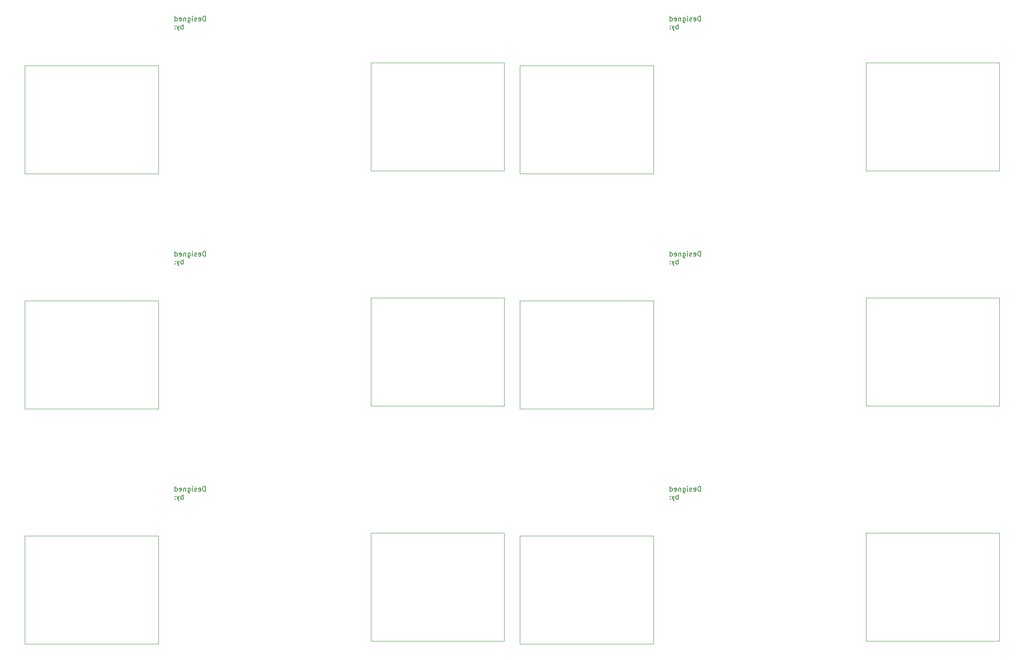
<source format=gbr>
*
%LPD*%
%LNCellMan-B_SilkS*%
%FSLAX25Y25*%
%MOIN*%
%AD*%
%AD*%
%ADD21C,0.004724409*%
%ADD22C,0.005905512*%
G54D21*
%SRX1Y1I0.0J0.0*%
G1X393968Y48957D2*
G1X393968Y136457D1*
G1X286068Y48957D2*
G1X393968Y48957D1*
G1X286068Y48957D2*
G1X286068Y136457D1*
G1X393968Y136457D1*
G1X114388Y46677D2*
G1X114388Y134177D1*
G1X6488Y134177D2*
G1X114388Y134177D1*
G1X6488Y46677D2*
G1X6488Y134177D1*
G1X6488Y46677D2*
G1X114388Y46677D1*
G1X152469Y170124D2*
G54D22*
G1X152469Y174061D1*
G1X151532Y174061D1*
G1X150969Y173873D1*
G1X150594Y173498D1*
G1X150407Y173123D1*
G1X150219Y172373D1*
G1X150219Y171811D1*
G1X150407Y171061D1*
G1X150594Y170686D1*
G1X150969Y170311D1*
G1X151532Y170124D1*
G1X152469Y170124D1*
G1X147032Y170311D2*
G1X147407Y170124D1*
G1X148157Y170124D1*
G1X148532Y170311D1*
G1X148719Y170686D1*
G1X148719Y172186D1*
G1X148532Y172561D1*
G1X148157Y172748D1*
G1X147407Y172748D1*
G1X147032Y172561D1*
G1X146845Y172186D1*
G1X146845Y171811D1*
G1X148719Y171436D1*
G1X145345Y170311D2*
G1X144970Y170124D1*
G1X144220Y170124D1*
G1X143845Y170311D1*
G1X143658Y170686D1*
G1X143658Y170874D1*
G1X143845Y171249D1*
G1X144220Y171436D1*
G1X144782Y171436D1*
G1X145157Y171623D1*
G1X145345Y171998D1*
G1X145345Y172186D1*
G1X145157Y172561D1*
G1X144782Y172748D1*
G1X144220Y172748D1*
G1X143845Y172561D1*
G1X141970Y170124D2*
G1X141970Y172748D1*
G1X141970Y174061D2*
G1X142158Y173873D1*
G1X141970Y173686D1*
G1X141783Y173873D1*
G1X141970Y174061D1*
G1X141970Y173686D1*
G1X138408Y172748D2*
G1X138408Y169561D1*
G1X138596Y169186D1*
G1X138783Y168999D1*
G1X139158Y168811D1*
G1X139721Y168811D1*
G1X140096Y168999D1*
G1X138408Y170311D2*
G1X138783Y170124D1*
G1X139533Y170124D1*
G1X139908Y170311D1*
G1X140096Y170499D1*
G1X140283Y170874D1*
G1X140283Y171998D1*
G1X140096Y172373D1*
G1X139908Y172561D1*
G1X139533Y172748D1*
G1X138783Y172748D1*
G1X138408Y172561D1*
G1X136534Y172748D2*
G1X136534Y170124D1*
G1X136534Y172373D2*
G1X136346Y172561D1*
G1X135971Y172748D1*
G1X135409Y172748D1*
G1X135034Y172561D1*
G1X134846Y172186D1*
G1X134846Y170124D1*
G1X131472Y170311D2*
G1X131847Y170124D1*
G1X132596Y170124D1*
G1X132971Y170311D1*
G1X133159Y170686D1*
G1X133159Y172186D1*
G1X132971Y172561D1*
G1X132596Y172748D1*
G1X131847Y172748D1*
G1X131472Y172561D1*
G1X131284Y172186D1*
G1X131284Y171811D1*
G1X133159Y171436D1*
G1X127910Y170124D2*
G1X127910Y174061D1*
G1X127910Y170311D2*
G1X128285Y170124D1*
G1X129034Y170124D1*
G1X129409Y170311D1*
G1X129597Y170499D1*
G1X129784Y170874D1*
G1X129784Y171998D1*
G1X129597Y172373D1*
G1X129409Y172561D1*
G1X129034Y172748D1*
G1X128285Y172748D1*
G1X127910Y172561D1*
G1X134471Y163628D2*
G1X134471Y167565D1*
G1X134471Y166065D2*
G1X134096Y166252D1*
G1X133346Y166252D1*
G1X132971Y166065D1*
G1X132784Y165877D1*
G1X132596Y165502D1*
G1X132596Y164378D1*
G1X132784Y164003D1*
G1X132971Y163815D1*
G1X133346Y163628D1*
G1X134096Y163628D1*
G1X134471Y163815D1*
G1X131284Y166252D2*
G1X130347Y163628D1*
G1X129409Y166252D2*
G1X130347Y163628D1*
G1X130722Y162690D1*
G1X130909Y162503D1*
G1X131284Y162315D1*
G1X127910Y164003D2*
G1X127722Y163815D1*
G1X127910Y163628D1*
G1X128097Y163815D1*
G1X127910Y164003D1*
G1X127910Y163628D1*
G1X127910Y166065D2*
G1X127722Y165877D1*
G1X127910Y165690D1*
G1X128097Y165877D1*
G1X127910Y166065D1*
G1X127910Y165690D1*
G1X793968Y48957D2*
G54D21*
G1X793968Y136457D1*
G1X686068Y48957D2*
G1X793968Y48957D1*
G1X686068Y48957D2*
G1X686068Y136457D1*
G1X793968Y136457D1*
G1X514388Y46677D2*
G1X514388Y134177D1*
G1X406488Y134177D2*
G1X514388Y134177D1*
G1X406488Y46677D2*
G1X406488Y134177D1*
G1X406488Y46677D2*
G1X514388Y46677D1*
G1X552469Y170124D2*
G54D22*
G1X552469Y174061D1*
G1X551532Y174061D1*
G1X550969Y173873D1*
G1X550594Y173498D1*
G1X550407Y173123D1*
G1X550219Y172373D1*
G1X550219Y171811D1*
G1X550407Y171061D1*
G1X550594Y170686D1*
G1X550969Y170311D1*
G1X551532Y170124D1*
G1X552469Y170124D1*
G1X547032Y170311D2*
G1X547407Y170124D1*
G1X548157Y170124D1*
G1X548532Y170311D1*
G1X548719Y170686D1*
G1X548719Y172186D1*
G1X548532Y172561D1*
G1X548157Y172748D1*
G1X547407Y172748D1*
G1X547032Y172561D1*
G1X546845Y172186D1*
G1X546845Y171811D1*
G1X548719Y171436D1*
G1X545345Y170311D2*
G1X544970Y170124D1*
G1X544220Y170124D1*
G1X543845Y170311D1*
G1X543658Y170686D1*
G1X543658Y170874D1*
G1X543845Y171249D1*
G1X544220Y171436D1*
G1X544782Y171436D1*
G1X545157Y171623D1*
G1X545345Y171998D1*
G1X545345Y172186D1*
G1X545157Y172561D1*
G1X544782Y172748D1*
G1X544220Y172748D1*
G1X543845Y172561D1*
G1X541970Y170124D2*
G1X541970Y172748D1*
G1X541970Y174061D2*
G1X542158Y173873D1*
G1X541970Y173686D1*
G1X541783Y173873D1*
G1X541970Y174061D1*
G1X541970Y173686D1*
G1X538408Y172748D2*
G1X538408Y169561D1*
G1X538596Y169186D1*
G1X538783Y168999D1*
G1X539158Y168811D1*
G1X539721Y168811D1*
G1X540096Y168999D1*
G1X538408Y170311D2*
G1X538783Y170124D1*
G1X539533Y170124D1*
G1X539908Y170311D1*
G1X540096Y170499D1*
G1X540283Y170874D1*
G1X540283Y171998D1*
G1X540096Y172373D1*
G1X539908Y172561D1*
G1X539533Y172748D1*
G1X538783Y172748D1*
G1X538408Y172561D1*
G1X536534Y172748D2*
G1X536534Y170124D1*
G1X536534Y172373D2*
G1X536346Y172561D1*
G1X535971Y172748D1*
G1X535409Y172748D1*
G1X535034Y172561D1*
G1X534846Y172186D1*
G1X534846Y170124D1*
G1X531472Y170311D2*
G1X531847Y170124D1*
G1X532596Y170124D1*
G1X532971Y170311D1*
G1X533159Y170686D1*
G1X533159Y172186D1*
G1X532971Y172561D1*
G1X532596Y172748D1*
G1X531847Y172748D1*
G1X531472Y172561D1*
G1X531284Y172186D1*
G1X531284Y171811D1*
G1X533159Y171436D1*
G1X527910Y170124D2*
G1X527910Y174061D1*
G1X527910Y170311D2*
G1X528285Y170124D1*
G1X529034Y170124D1*
G1X529409Y170311D1*
G1X529597Y170499D1*
G1X529784Y170874D1*
G1X529784Y171998D1*
G1X529597Y172373D1*
G1X529409Y172561D1*
G1X529034Y172748D1*
G1X528285Y172748D1*
G1X527910Y172561D1*
G1X534471Y163628D2*
G1X534471Y167565D1*
G1X534471Y166065D2*
G1X534096Y166252D1*
G1X533346Y166252D1*
G1X532971Y166065D1*
G1X532784Y165877D1*
G1X532596Y165502D1*
G1X532596Y164378D1*
G1X532784Y164003D1*
G1X532971Y163815D1*
G1X533346Y163628D1*
G1X534096Y163628D1*
G1X534471Y163815D1*
G1X531284Y166252D2*
G1X530347Y163628D1*
G1X529409Y166252D2*
G1X530347Y163628D1*
G1X530722Y162690D1*
G1X530909Y162503D1*
G1X531284Y162315D1*
G1X527910Y164003D2*
G1X527722Y163815D1*
G1X527910Y163628D1*
G1X528097Y163815D1*
G1X527910Y164003D1*
G1X527910Y163628D1*
G1X527910Y166065D2*
G1X527722Y165877D1*
G1X527910Y165690D1*
G1X528097Y165877D1*
G1X527910Y166065D1*
G1X527910Y165690D1*
G1X393968Y238957D2*
G54D21*
G1X393968Y326457D1*
G1X286068Y238957D2*
G1X393968Y238957D1*
G1X286068Y238957D2*
G1X286068Y326457D1*
G1X393968Y326457D1*
G1X114388Y236677D2*
G1X114388Y324177D1*
G1X6488Y324177D2*
G1X114388Y324177D1*
G1X6488Y236677D2*
G1X6488Y324177D1*
G1X6488Y236677D2*
G1X114388Y236677D1*
G1X152469Y360124D2*
G54D22*
G1X152469Y364061D1*
G1X151532Y364061D1*
G1X150969Y363873D1*
G1X150594Y363498D1*
G1X150407Y363123D1*
G1X150219Y362373D1*
G1X150219Y361811D1*
G1X150407Y361061D1*
G1X150594Y360686D1*
G1X150969Y360311D1*
G1X151532Y360124D1*
G1X152469Y360124D1*
G1X147032Y360311D2*
G1X147407Y360124D1*
G1X148157Y360124D1*
G1X148532Y360311D1*
G1X148719Y360686D1*
G1X148719Y362186D1*
G1X148532Y362561D1*
G1X148157Y362748D1*
G1X147407Y362748D1*
G1X147032Y362561D1*
G1X146845Y362186D1*
G1X146845Y361811D1*
G1X148719Y361436D1*
G1X145345Y360311D2*
G1X144970Y360124D1*
G1X144220Y360124D1*
G1X143845Y360311D1*
G1X143658Y360686D1*
G1X143658Y360874D1*
G1X143845Y361249D1*
G1X144220Y361436D1*
G1X144782Y361436D1*
G1X145157Y361623D1*
G1X145345Y361998D1*
G1X145345Y362186D1*
G1X145157Y362561D1*
G1X144782Y362748D1*
G1X144220Y362748D1*
G1X143845Y362561D1*
G1X141970Y360124D2*
G1X141970Y362748D1*
G1X141970Y364061D2*
G1X142158Y363873D1*
G1X141970Y363686D1*
G1X141783Y363873D1*
G1X141970Y364061D1*
G1X141970Y363686D1*
G1X138408Y362748D2*
G1X138408Y359561D1*
G1X138596Y359186D1*
G1X138783Y358999D1*
G1X139158Y358811D1*
G1X139721Y358811D1*
G1X140096Y358999D1*
G1X138408Y360311D2*
G1X138783Y360124D1*
G1X139533Y360124D1*
G1X139908Y360311D1*
G1X140096Y360499D1*
G1X140283Y360874D1*
G1X140283Y361998D1*
G1X140096Y362373D1*
G1X139908Y362561D1*
G1X139533Y362748D1*
G1X138783Y362748D1*
G1X138408Y362561D1*
G1X136534Y362748D2*
G1X136534Y360124D1*
G1X136534Y362373D2*
G1X136346Y362561D1*
G1X135971Y362748D1*
G1X135409Y362748D1*
G1X135034Y362561D1*
G1X134846Y362186D1*
G1X134846Y360124D1*
G1X131472Y360311D2*
G1X131847Y360124D1*
G1X132596Y360124D1*
G1X132971Y360311D1*
G1X133159Y360686D1*
G1X133159Y362186D1*
G1X132971Y362561D1*
G1X132596Y362748D1*
G1X131847Y362748D1*
G1X131472Y362561D1*
G1X131284Y362186D1*
G1X131284Y361811D1*
G1X133159Y361436D1*
G1X127910Y360124D2*
G1X127910Y364061D1*
G1X127910Y360311D2*
G1X128285Y360124D1*
G1X129034Y360124D1*
G1X129409Y360311D1*
G1X129597Y360499D1*
G1X129784Y360874D1*
G1X129784Y361998D1*
G1X129597Y362373D1*
G1X129409Y362561D1*
G1X129034Y362748D1*
G1X128285Y362748D1*
G1X127910Y362561D1*
G1X134471Y353628D2*
G1X134471Y357565D1*
G1X134471Y356065D2*
G1X134096Y356252D1*
G1X133346Y356252D1*
G1X132971Y356065D1*
G1X132784Y355877D1*
G1X132596Y355502D1*
G1X132596Y354378D1*
G1X132784Y354003D1*
G1X132971Y353815D1*
G1X133346Y353628D1*
G1X134096Y353628D1*
G1X134471Y353815D1*
G1X131284Y356252D2*
G1X130347Y353628D1*
G1X129409Y356252D2*
G1X130347Y353628D1*
G1X130722Y352690D1*
G1X130909Y352503D1*
G1X131284Y352315D1*
G1X127910Y354003D2*
G1X127722Y353815D1*
G1X127910Y353628D1*
G1X128097Y353815D1*
G1X127910Y354003D1*
G1X127910Y353628D1*
G1X127910Y356065D2*
G1X127722Y355877D1*
G1X127910Y355690D1*
G1X128097Y355877D1*
G1X127910Y356065D1*
G1X127910Y355690D1*
G1X793968Y238957D2*
G54D21*
G1X793968Y326457D1*
G1X686068Y238957D2*
G1X793968Y238957D1*
G1X686068Y238957D2*
G1X686068Y326457D1*
G1X793968Y326457D1*
G1X514388Y236677D2*
G1X514388Y324177D1*
G1X406488Y324177D2*
G1X514388Y324177D1*
G1X406488Y236677D2*
G1X406488Y324177D1*
G1X406488Y236677D2*
G1X514388Y236677D1*
G1X552469Y360124D2*
G54D22*
G1X552469Y364061D1*
G1X551532Y364061D1*
G1X550969Y363873D1*
G1X550594Y363498D1*
G1X550407Y363123D1*
G1X550219Y362373D1*
G1X550219Y361811D1*
G1X550407Y361061D1*
G1X550594Y360686D1*
G1X550969Y360311D1*
G1X551532Y360124D1*
G1X552469Y360124D1*
G1X547032Y360311D2*
G1X547407Y360124D1*
G1X548157Y360124D1*
G1X548532Y360311D1*
G1X548719Y360686D1*
G1X548719Y362186D1*
G1X548532Y362561D1*
G1X548157Y362748D1*
G1X547407Y362748D1*
G1X547032Y362561D1*
G1X546845Y362186D1*
G1X546845Y361811D1*
G1X548719Y361436D1*
G1X545345Y360311D2*
G1X544970Y360124D1*
G1X544220Y360124D1*
G1X543845Y360311D1*
G1X543658Y360686D1*
G1X543658Y360874D1*
G1X543845Y361249D1*
G1X544220Y361436D1*
G1X544782Y361436D1*
G1X545157Y361623D1*
G1X545345Y361998D1*
G1X545345Y362186D1*
G1X545157Y362561D1*
G1X544782Y362748D1*
G1X544220Y362748D1*
G1X543845Y362561D1*
G1X541970Y360124D2*
G1X541970Y362748D1*
G1X541970Y364061D2*
G1X542158Y363873D1*
G1X541970Y363686D1*
G1X541783Y363873D1*
G1X541970Y364061D1*
G1X541970Y363686D1*
G1X538408Y362748D2*
G1X538408Y359561D1*
G1X538596Y359186D1*
G1X538783Y358999D1*
G1X539158Y358811D1*
G1X539721Y358811D1*
G1X540096Y358999D1*
G1X538408Y360311D2*
G1X538783Y360124D1*
G1X539533Y360124D1*
G1X539908Y360311D1*
G1X540096Y360499D1*
G1X540283Y360874D1*
G1X540283Y361998D1*
G1X540096Y362373D1*
G1X539908Y362561D1*
G1X539533Y362748D1*
G1X538783Y362748D1*
G1X538408Y362561D1*
G1X536534Y362748D2*
G1X536534Y360124D1*
G1X536534Y362373D2*
G1X536346Y362561D1*
G1X535971Y362748D1*
G1X535409Y362748D1*
G1X535034Y362561D1*
G1X534846Y362186D1*
G1X534846Y360124D1*
G1X531472Y360311D2*
G1X531847Y360124D1*
G1X532596Y360124D1*
G1X532971Y360311D1*
G1X533159Y360686D1*
G1X533159Y362186D1*
G1X532971Y362561D1*
G1X532596Y362748D1*
G1X531847Y362748D1*
G1X531472Y362561D1*
G1X531284Y362186D1*
G1X531284Y361811D1*
G1X533159Y361436D1*
G1X527910Y360124D2*
G1X527910Y364061D1*
G1X527910Y360311D2*
G1X528285Y360124D1*
G1X529034Y360124D1*
G1X529409Y360311D1*
G1X529597Y360499D1*
G1X529784Y360874D1*
G1X529784Y361998D1*
G1X529597Y362373D1*
G1X529409Y362561D1*
G1X529034Y362748D1*
G1X528285Y362748D1*
G1X527910Y362561D1*
G1X534471Y353628D2*
G1X534471Y357565D1*
G1X534471Y356065D2*
G1X534096Y356252D1*
G1X533346Y356252D1*
G1X532971Y356065D1*
G1X532784Y355877D1*
G1X532596Y355502D1*
G1X532596Y354378D1*
G1X532784Y354003D1*
G1X532971Y353815D1*
G1X533346Y353628D1*
G1X534096Y353628D1*
G1X534471Y353815D1*
G1X531284Y356252D2*
G1X530347Y353628D1*
G1X529409Y356252D2*
G1X530347Y353628D1*
G1X530722Y352690D1*
G1X530909Y352503D1*
G1X531284Y352315D1*
G1X527910Y354003D2*
G1X527722Y353815D1*
G1X527910Y353628D1*
G1X528097Y353815D1*
G1X527910Y354003D1*
G1X527910Y353628D1*
G1X527910Y356065D2*
G1X527722Y355877D1*
G1X527910Y355690D1*
G1X528097Y355877D1*
G1X527910Y356065D1*
G1X527910Y355690D1*
G1X393968Y428957D2*
G54D21*
G1X393968Y516457D1*
G1X286068Y428957D2*
G1X393968Y428957D1*
G1X286068Y428957D2*
G1X286068Y516457D1*
G1X393968Y516457D1*
G1X114388Y426677D2*
G1X114388Y514177D1*
G1X6488Y514177D2*
G1X114388Y514177D1*
G1X6488Y426677D2*
G1X6488Y514177D1*
G1X6488Y426677D2*
G1X114388Y426677D1*
G1X152469Y550124D2*
G54D22*
G1X152469Y554061D1*
G1X151532Y554061D1*
G1X150969Y553873D1*
G1X150594Y553498D1*
G1X150407Y553123D1*
G1X150219Y552373D1*
G1X150219Y551811D1*
G1X150407Y551061D1*
G1X150594Y550686D1*
G1X150969Y550311D1*
G1X151532Y550124D1*
G1X152469Y550124D1*
G1X147032Y550311D2*
G1X147407Y550124D1*
G1X148157Y550124D1*
G1X148532Y550311D1*
G1X148719Y550686D1*
G1X148719Y552186D1*
G1X148532Y552561D1*
G1X148157Y552748D1*
G1X147407Y552748D1*
G1X147032Y552561D1*
G1X146845Y552186D1*
G1X146845Y551811D1*
G1X148719Y551436D1*
G1X145345Y550311D2*
G1X144970Y550124D1*
G1X144220Y550124D1*
G1X143845Y550311D1*
G1X143658Y550686D1*
G1X143658Y550874D1*
G1X143845Y551249D1*
G1X144220Y551436D1*
G1X144782Y551436D1*
G1X145157Y551623D1*
G1X145345Y551998D1*
G1X145345Y552186D1*
G1X145157Y552561D1*
G1X144782Y552748D1*
G1X144220Y552748D1*
G1X143845Y552561D1*
G1X141970Y550124D2*
G1X141970Y552748D1*
G1X141970Y554061D2*
G1X142158Y553873D1*
G1X141970Y553686D1*
G1X141783Y553873D1*
G1X141970Y554061D1*
G1X141970Y553686D1*
G1X138408Y552748D2*
G1X138408Y549561D1*
G1X138596Y549186D1*
G1X138783Y548999D1*
G1X139158Y548811D1*
G1X139721Y548811D1*
G1X140096Y548999D1*
G1X138408Y550311D2*
G1X138783Y550124D1*
G1X139533Y550124D1*
G1X139908Y550311D1*
G1X140096Y550499D1*
G1X140283Y550874D1*
G1X140283Y551998D1*
G1X140096Y552373D1*
G1X139908Y552561D1*
G1X139533Y552748D1*
G1X138783Y552748D1*
G1X138408Y552561D1*
G1X136534Y552748D2*
G1X136534Y550124D1*
G1X136534Y552373D2*
G1X136346Y552561D1*
G1X135971Y552748D1*
G1X135409Y552748D1*
G1X135034Y552561D1*
G1X134846Y552186D1*
G1X134846Y550124D1*
G1X131472Y550311D2*
G1X131847Y550124D1*
G1X132596Y550124D1*
G1X132971Y550311D1*
G1X133159Y550686D1*
G1X133159Y552186D1*
G1X132971Y552561D1*
G1X132596Y552748D1*
G1X131847Y552748D1*
G1X131472Y552561D1*
G1X131284Y552186D1*
G1X131284Y551811D1*
G1X133159Y551436D1*
G1X127910Y550124D2*
G1X127910Y554061D1*
G1X127910Y550311D2*
G1X128285Y550124D1*
G1X129034Y550124D1*
G1X129409Y550311D1*
G1X129597Y550499D1*
G1X129784Y550874D1*
G1X129784Y551998D1*
G1X129597Y552373D1*
G1X129409Y552561D1*
G1X129034Y552748D1*
G1X128285Y552748D1*
G1X127910Y552561D1*
G1X134471Y543628D2*
G1X134471Y547565D1*
G1X134471Y546065D2*
G1X134096Y546252D1*
G1X133346Y546252D1*
G1X132971Y546065D1*
G1X132784Y545877D1*
G1X132596Y545502D1*
G1X132596Y544378D1*
G1X132784Y544003D1*
G1X132971Y543815D1*
G1X133346Y543628D1*
G1X134096Y543628D1*
G1X134471Y543815D1*
G1X131284Y546252D2*
G1X130347Y543628D1*
G1X129409Y546252D2*
G1X130347Y543628D1*
G1X130722Y542690D1*
G1X130909Y542503D1*
G1X131284Y542315D1*
G1X127910Y544003D2*
G1X127722Y543815D1*
G1X127910Y543628D1*
G1X128097Y543815D1*
G1X127910Y544003D1*
G1X127910Y543628D1*
G1X127910Y546065D2*
G1X127722Y545877D1*
G1X127910Y545690D1*
G1X128097Y545877D1*
G1X127910Y546065D1*
G1X127910Y545690D1*
G1X793968Y428957D2*
G54D21*
G1X793968Y516457D1*
G1X686068Y428957D2*
G1X793968Y428957D1*
G1X686068Y428957D2*
G1X686068Y516457D1*
G1X793968Y516457D1*
G1X514388Y426677D2*
G1X514388Y514177D1*
G1X406488Y514177D2*
G1X514388Y514177D1*
G1X406488Y426677D2*
G1X406488Y514177D1*
G1X406488Y426677D2*
G1X514388Y426677D1*
G1X552469Y550124D2*
G54D22*
G1X552469Y554061D1*
G1X551532Y554061D1*
G1X550969Y553873D1*
G1X550594Y553498D1*
G1X550407Y553123D1*
G1X550219Y552373D1*
G1X550219Y551811D1*
G1X550407Y551061D1*
G1X550594Y550686D1*
G1X550969Y550311D1*
G1X551532Y550124D1*
G1X552469Y550124D1*
G1X547032Y550311D2*
G1X547407Y550124D1*
G1X548157Y550124D1*
G1X548532Y550311D1*
G1X548719Y550686D1*
G1X548719Y552186D1*
G1X548532Y552561D1*
G1X548157Y552748D1*
G1X547407Y552748D1*
G1X547032Y552561D1*
G1X546845Y552186D1*
G1X546845Y551811D1*
G1X548719Y551436D1*
G1X545345Y550311D2*
G1X544970Y550124D1*
G1X544220Y550124D1*
G1X543845Y550311D1*
G1X543658Y550686D1*
G1X543658Y550874D1*
G1X543845Y551249D1*
G1X544220Y551436D1*
G1X544782Y551436D1*
G1X545157Y551623D1*
G1X545345Y551998D1*
G1X545345Y552186D1*
G1X545157Y552561D1*
G1X544782Y552748D1*
G1X544220Y552748D1*
G1X543845Y552561D1*
G1X541970Y550124D2*
G1X541970Y552748D1*
G1X541970Y554061D2*
G1X542158Y553873D1*
G1X541970Y553686D1*
G1X541783Y553873D1*
G1X541970Y554061D1*
G1X541970Y553686D1*
G1X538408Y552748D2*
G1X538408Y549561D1*
G1X538596Y549186D1*
G1X538783Y548999D1*
G1X539158Y548811D1*
G1X539721Y548811D1*
G1X540096Y548999D1*
G1X538408Y550311D2*
G1X538783Y550124D1*
G1X539533Y550124D1*
G1X539908Y550311D1*
G1X540096Y550499D1*
G1X540283Y550874D1*
G1X540283Y551998D1*
G1X540096Y552373D1*
G1X539908Y552561D1*
G1X539533Y552748D1*
G1X538783Y552748D1*
G1X538408Y552561D1*
G1X536534Y552748D2*
G1X536534Y550124D1*
G1X536534Y552373D2*
G1X536346Y552561D1*
G1X535971Y552748D1*
G1X535409Y552748D1*
G1X535034Y552561D1*
G1X534846Y552186D1*
G1X534846Y550124D1*
G1X531472Y550311D2*
G1X531847Y550124D1*
G1X532596Y550124D1*
G1X532971Y550311D1*
G1X533159Y550686D1*
G1X533159Y552186D1*
G1X532971Y552561D1*
G1X532596Y552748D1*
G1X531847Y552748D1*
G1X531472Y552561D1*
G1X531284Y552186D1*
G1X531284Y551811D1*
G1X533159Y551436D1*
G1X527910Y550124D2*
G1X527910Y554061D1*
G1X527910Y550311D2*
G1X528285Y550124D1*
G1X529034Y550124D1*
G1X529409Y550311D1*
G1X529597Y550499D1*
G1X529784Y550874D1*
G1X529784Y551998D1*
G1X529597Y552373D1*
G1X529409Y552561D1*
G1X529034Y552748D1*
G1X528285Y552748D1*
G1X527910Y552561D1*
G1X534471Y543628D2*
G1X534471Y547565D1*
G1X534471Y546065D2*
G1X534096Y546252D1*
G1X533346Y546252D1*
G1X532971Y546065D1*
G1X532784Y545877D1*
G1X532596Y545502D1*
G1X532596Y544378D1*
G1X532784Y544003D1*
G1X532971Y543815D1*
G1X533346Y543628D1*
G1X534096Y543628D1*
G1X534471Y543815D1*
G1X531284Y546252D2*
G1X530347Y543628D1*
G1X529409Y546252D2*
G1X530347Y543628D1*
G1X530722Y542690D1*
G1X530909Y542503D1*
G1X531284Y542315D1*
G1X527910Y544003D2*
G1X527722Y543815D1*
G1X527910Y543628D1*
G1X528097Y543815D1*
G1X527910Y544003D1*
G1X527910Y543628D1*
G1X527910Y546065D2*
G1X527722Y545877D1*
G1X527910Y545690D1*
G1X528097Y545877D1*
G1X527910Y546065D1*
G1X527910Y545690D1*
M2*

</source>
